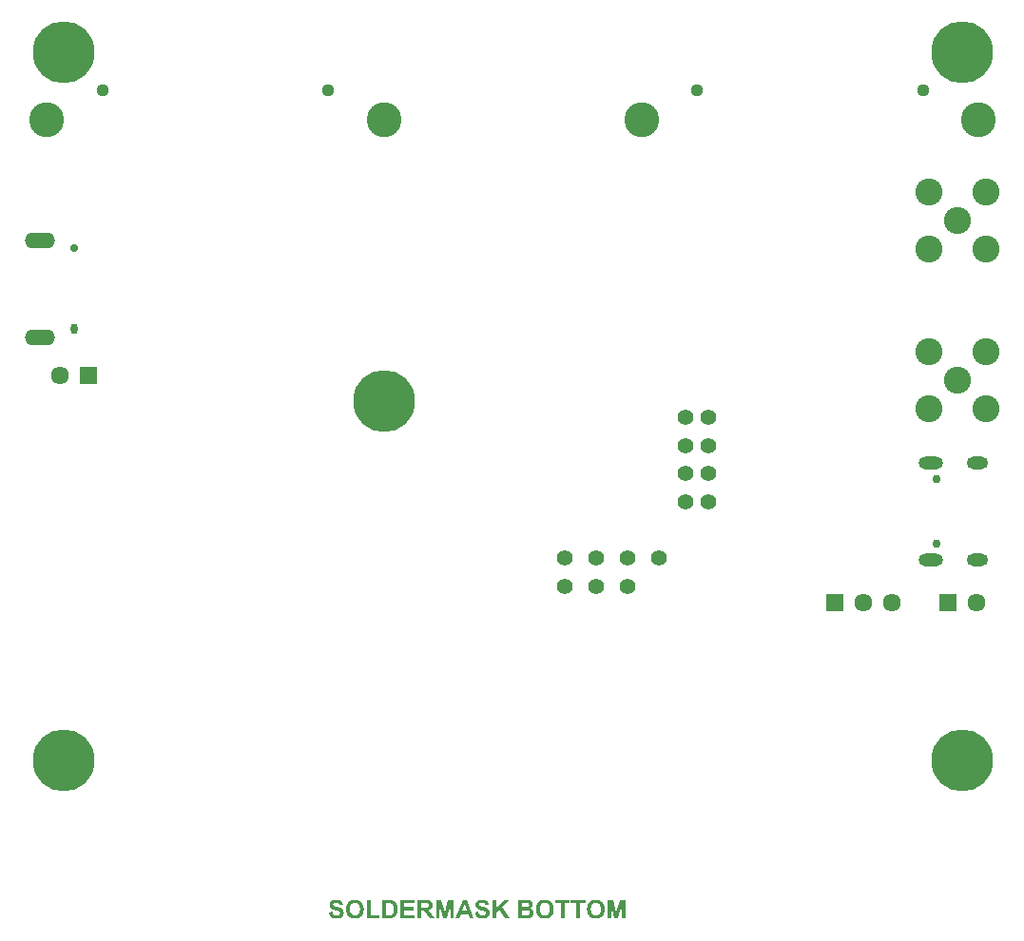
<source format=gbs>
G04*
G04 #@! TF.GenerationSoftware,Altium Limited,Altium Designer,23.2.1 (34)*
G04*
G04 Layer_Color=16711935*
%FSLAX25Y25*%
%MOIN*%
G70*
G04*
G04 #@! TF.SameCoordinates,387CD6D3-576D-47AB-95CD-A910FB3B32EF*
G04*
G04*
G04 #@! TF.FilePolarity,Negative*
G04*
G01*
G75*
%ADD116C,0.09494*%
%ADD117C,0.05518*%
%ADD118C,0.21660*%
%ADD119C,0.03000*%
%ADD120O,0.08668X0.04337*%
%ADD121O,0.07487X0.04337*%
%ADD122R,0.06337X0.06337*%
%ADD123C,0.06337*%
%ADD124O,0.10636X0.05518*%
%ADD125O,0.02368X0.03747*%
%ADD126C,0.02880*%
%ADD127C,0.12205*%
%ADD128C,0.04416*%
%ADD129C,0.03400*%
G36*
X146916Y-48974D02*
X147018Y-48983D01*
X147138Y-48992D01*
X147259Y-49011D01*
X147397Y-49029D01*
X147693Y-49094D01*
X147841Y-49140D01*
X147989Y-49187D01*
X148137Y-49251D01*
X148276Y-49325D01*
X148406Y-49409D01*
X148526Y-49501D01*
X148535Y-49510D01*
X148554Y-49529D01*
X148581Y-49557D01*
X148618Y-49594D01*
X148665Y-49649D01*
X148720Y-49714D01*
X148776Y-49788D01*
X148840Y-49871D01*
X148896Y-49973D01*
X148951Y-50075D01*
X149007Y-50195D01*
X149053Y-50324D01*
X149099Y-50454D01*
X149136Y-50602D01*
X149164Y-50750D01*
X149173Y-50916D01*
X147878Y-50963D01*
Y-50953D01*
Y-50944D01*
X147860Y-50879D01*
X147841Y-50796D01*
X147804Y-50694D01*
X147758Y-50574D01*
X147693Y-50463D01*
X147610Y-50352D01*
X147518Y-50260D01*
X147508Y-50250D01*
X147471Y-50223D01*
X147407Y-50186D01*
X147314Y-50149D01*
X147203Y-50112D01*
X147064Y-50075D01*
X146898Y-50047D01*
X146704Y-50038D01*
X146611D01*
X146509Y-50047D01*
X146389Y-50065D01*
X146250Y-50093D01*
X146102Y-50139D01*
X145964Y-50195D01*
X145834Y-50278D01*
X145825Y-50287D01*
X145806Y-50306D01*
X145769Y-50334D01*
X145732Y-50380D01*
X145695Y-50435D01*
X145658Y-50509D01*
X145640Y-50583D01*
X145631Y-50676D01*
Y-50685D01*
Y-50713D01*
X145640Y-50759D01*
X145658Y-50805D01*
X145677Y-50870D01*
X145705Y-50935D01*
X145751Y-51000D01*
X145816Y-51064D01*
X145825Y-51074D01*
X145871Y-51101D01*
X145899Y-51120D01*
X145945Y-51138D01*
X145991Y-51166D01*
X146056Y-51194D01*
X146130Y-51222D01*
X146213Y-51259D01*
X146315Y-51296D01*
X146417Y-51333D01*
X146546Y-51370D01*
X146685Y-51407D01*
X146833Y-51444D01*
X147000Y-51490D01*
X147009D01*
X147046Y-51499D01*
X147092Y-51508D01*
X147157Y-51527D01*
X147231Y-51545D01*
X147323Y-51573D01*
X147425Y-51601D01*
X147527Y-51629D01*
X147749Y-51703D01*
X147980Y-51777D01*
X148202Y-51860D01*
X148295Y-51906D01*
X148387Y-51952D01*
X148396D01*
X148406Y-51962D01*
X148461Y-51999D01*
X148544Y-52054D01*
X148646Y-52128D01*
X148757Y-52221D01*
X148877Y-52332D01*
X148998Y-52461D01*
X149099Y-52609D01*
X149109Y-52628D01*
X149136Y-52683D01*
X149183Y-52766D01*
X149229Y-52887D01*
X149275Y-53035D01*
X149321Y-53210D01*
X149349Y-53405D01*
X149358Y-53627D01*
Y-53636D01*
Y-53654D01*
Y-53682D01*
Y-53719D01*
X149349Y-53765D01*
X149340Y-53830D01*
X149321Y-53960D01*
X149284Y-54126D01*
X149229Y-54302D01*
X149146Y-54478D01*
X149044Y-54663D01*
Y-54672D01*
X149025Y-54681D01*
X148988Y-54737D01*
X148914Y-54829D01*
X148822Y-54931D01*
X148702Y-55051D01*
X148544Y-55162D01*
X148378Y-55273D01*
X148174Y-55375D01*
X148165D01*
X148147Y-55384D01*
X148119Y-55393D01*
X148073Y-55412D01*
X148017Y-55430D01*
X147952Y-55449D01*
X147878Y-55467D01*
X147795Y-55486D01*
X147693Y-55514D01*
X147592Y-55532D01*
X147351Y-55569D01*
X147083Y-55597D01*
X146787Y-55606D01*
X146667D01*
X146583Y-55597D01*
X146482Y-55588D01*
X146371Y-55578D01*
X146241Y-55560D01*
X146102Y-55532D01*
X145797Y-55467D01*
X145640Y-55421D01*
X145492Y-55375D01*
X145335Y-55310D01*
X145187Y-55236D01*
X145048Y-55153D01*
X144918Y-55051D01*
X144909Y-55042D01*
X144891Y-55023D01*
X144854Y-54996D01*
X144817Y-54949D01*
X144761Y-54885D01*
X144706Y-54811D01*
X144641Y-54727D01*
X144576Y-54635D01*
X144511Y-54524D01*
X144447Y-54404D01*
X144382Y-54265D01*
X144317Y-54117D01*
X144271Y-53960D01*
X144215Y-53784D01*
X144178Y-53599D01*
X144151Y-53405D01*
X145409Y-53284D01*
Y-53294D01*
X145418Y-53312D01*
Y-53349D01*
X145427Y-53386D01*
X145464Y-53497D01*
X145510Y-53636D01*
X145566Y-53793D01*
X145649Y-53950D01*
X145742Y-54089D01*
X145862Y-54219D01*
X145880Y-54228D01*
X145927Y-54265D01*
X146001Y-54311D01*
X146112Y-54367D01*
X146250Y-54422D01*
X146408Y-54468D01*
X146593Y-54505D01*
X146805Y-54515D01*
X146907D01*
X147018Y-54496D01*
X147157Y-54478D01*
X147305Y-54450D01*
X147462Y-54404D01*
X147610Y-54339D01*
X147740Y-54256D01*
X147758Y-54246D01*
X147795Y-54209D01*
X147841Y-54154D01*
X147906Y-54080D01*
X147962Y-53987D01*
X148017Y-53876D01*
X148054Y-53765D01*
X148063Y-53636D01*
Y-53627D01*
Y-53599D01*
X148054Y-53553D01*
X148045Y-53497D01*
X148026Y-53442D01*
X148008Y-53377D01*
X147971Y-53312D01*
X147925Y-53247D01*
X147915Y-53238D01*
X147897Y-53220D01*
X147869Y-53192D01*
X147823Y-53155D01*
X147758Y-53109D01*
X147675Y-53062D01*
X147582Y-53016D01*
X147462Y-52970D01*
X147453D01*
X147416Y-52951D01*
X147351Y-52933D01*
X147305Y-52914D01*
X147249Y-52905D01*
X147185Y-52887D01*
X147111Y-52859D01*
X147027Y-52840D01*
X146935Y-52813D01*
X146824Y-52785D01*
X146704Y-52757D01*
X146574Y-52720D01*
X146426Y-52683D01*
X146417D01*
X146380Y-52674D01*
X146324Y-52655D01*
X146260Y-52637D01*
X146176Y-52609D01*
X146075Y-52581D01*
X145973Y-52544D01*
X145853Y-52507D01*
X145612Y-52415D01*
X145381Y-52304D01*
X145261Y-52248D01*
X145159Y-52184D01*
X145057Y-52119D01*
X144974Y-52054D01*
X144965Y-52045D01*
X144946Y-52026D01*
X144918Y-51999D01*
X144881Y-51962D01*
X144835Y-51906D01*
X144789Y-51841D01*
X144733Y-51777D01*
X144687Y-51693D01*
X144576Y-51499D01*
X144484Y-51277D01*
X144447Y-51157D01*
X144419Y-51037D01*
X144400Y-50898D01*
X144391Y-50759D01*
Y-50750D01*
Y-50741D01*
Y-50713D01*
Y-50676D01*
X144410Y-50583D01*
X144428Y-50463D01*
X144456Y-50324D01*
X144502Y-50167D01*
X144567Y-50001D01*
X144659Y-49843D01*
Y-49834D01*
X144669Y-49825D01*
X144715Y-49769D01*
X144770Y-49695D01*
X144863Y-49603D01*
X144974Y-49501D01*
X145113Y-49390D01*
X145270Y-49288D01*
X145455Y-49196D01*
X145464D01*
X145483Y-49187D01*
X145510Y-49177D01*
X145547Y-49159D01*
X145603Y-49140D01*
X145658Y-49122D01*
X145732Y-49103D01*
X145816Y-49076D01*
X146001Y-49039D01*
X146213Y-49002D01*
X146454Y-48974D01*
X146722Y-48965D01*
X146833D01*
X146916Y-48974D01*
D02*
G37*
G36*
X95736Y-48974D02*
X95838Y-48983D01*
X95958Y-48992D01*
X96078Y-49011D01*
X96217Y-49029D01*
X96513Y-49094D01*
X96661Y-49140D01*
X96809Y-49187D01*
X96957Y-49251D01*
X97096Y-49325D01*
X97225Y-49409D01*
X97346Y-49501D01*
X97355Y-49510D01*
X97373Y-49529D01*
X97401Y-49557D01*
X97438Y-49594D01*
X97484Y-49649D01*
X97540Y-49714D01*
X97595Y-49788D01*
X97660Y-49871D01*
X97716Y-49973D01*
X97771Y-50075D01*
X97827Y-50195D01*
X97873Y-50324D01*
X97919Y-50454D01*
X97956Y-50602D01*
X97984Y-50750D01*
X97993Y-50916D01*
X96698Y-50963D01*
Y-50953D01*
Y-50944D01*
X96680Y-50879D01*
X96661Y-50796D01*
X96624Y-50694D01*
X96578Y-50574D01*
X96513Y-50463D01*
X96430Y-50352D01*
X96337Y-50260D01*
X96328Y-50250D01*
X96291Y-50223D01*
X96226Y-50186D01*
X96134Y-50149D01*
X96023Y-50112D01*
X95884Y-50075D01*
X95718Y-50047D01*
X95523Y-50038D01*
X95431D01*
X95329Y-50047D01*
X95209Y-50065D01*
X95070Y-50093D01*
X94922Y-50139D01*
X94783Y-50195D01*
X94654Y-50278D01*
X94645Y-50287D01*
X94626Y-50306D01*
X94589Y-50334D01*
X94552Y-50380D01*
X94515Y-50435D01*
X94478Y-50509D01*
X94460Y-50583D01*
X94450Y-50676D01*
Y-50685D01*
Y-50713D01*
X94460Y-50759D01*
X94478Y-50805D01*
X94497Y-50870D01*
X94524Y-50935D01*
X94571Y-51000D01*
X94635Y-51064D01*
X94645Y-51074D01*
X94691Y-51101D01*
X94719Y-51120D01*
X94765Y-51138D01*
X94811Y-51166D01*
X94876Y-51194D01*
X94950Y-51222D01*
X95033Y-51259D01*
X95135Y-51296D01*
X95237Y-51333D01*
X95366Y-51370D01*
X95505Y-51407D01*
X95653Y-51444D01*
X95819Y-51490D01*
X95829D01*
X95866Y-51499D01*
X95912Y-51508D01*
X95977Y-51527D01*
X96051Y-51545D01*
X96143Y-51573D01*
X96245Y-51601D01*
X96347Y-51629D01*
X96569Y-51703D01*
X96800Y-51777D01*
X97022Y-51860D01*
X97114Y-51906D01*
X97207Y-51952D01*
X97216D01*
X97225Y-51962D01*
X97281Y-51999D01*
X97364Y-52054D01*
X97466Y-52128D01*
X97577Y-52221D01*
X97697Y-52332D01*
X97817Y-52461D01*
X97919Y-52609D01*
X97928Y-52628D01*
X97956Y-52683D01*
X98002Y-52766D01*
X98049Y-52887D01*
X98095Y-53035D01*
X98141Y-53210D01*
X98169Y-53405D01*
X98178Y-53627D01*
Y-53636D01*
Y-53654D01*
Y-53682D01*
Y-53719D01*
X98169Y-53765D01*
X98160Y-53830D01*
X98141Y-53960D01*
X98104Y-54126D01*
X98049Y-54302D01*
X97965Y-54478D01*
X97864Y-54663D01*
Y-54672D01*
X97845Y-54681D01*
X97808Y-54737D01*
X97734Y-54829D01*
X97642Y-54931D01*
X97521Y-55051D01*
X97364Y-55162D01*
X97198Y-55273D01*
X96994Y-55375D01*
X96985D01*
X96966Y-55384D01*
X96939Y-55393D01*
X96892Y-55412D01*
X96837Y-55430D01*
X96772Y-55449D01*
X96698Y-55467D01*
X96615Y-55486D01*
X96513Y-55514D01*
X96411Y-55532D01*
X96171Y-55569D01*
X95903Y-55597D01*
X95607Y-55606D01*
X95486D01*
X95403Y-55597D01*
X95301Y-55588D01*
X95190Y-55578D01*
X95061Y-55560D01*
X94922Y-55532D01*
X94617Y-55467D01*
X94460Y-55421D01*
X94312Y-55375D01*
X94154Y-55310D01*
X94006Y-55236D01*
X93868Y-55153D01*
X93738Y-55051D01*
X93729Y-55042D01*
X93710Y-55023D01*
X93673Y-54996D01*
X93636Y-54949D01*
X93581Y-54885D01*
X93525Y-54811D01*
X93461Y-54727D01*
X93396Y-54635D01*
X93331Y-54524D01*
X93266Y-54404D01*
X93202Y-54265D01*
X93137Y-54117D01*
X93091Y-53960D01*
X93035Y-53784D01*
X92998Y-53599D01*
X92970Y-53405D01*
X94228Y-53284D01*
Y-53294D01*
X94238Y-53312D01*
Y-53349D01*
X94247Y-53386D01*
X94284Y-53497D01*
X94330Y-53636D01*
X94386Y-53793D01*
X94469Y-53950D01*
X94561Y-54089D01*
X94682Y-54219D01*
X94700Y-54228D01*
X94746Y-54265D01*
X94820Y-54311D01*
X94931Y-54367D01*
X95070Y-54422D01*
X95227Y-54468D01*
X95412Y-54505D01*
X95625Y-54515D01*
X95727D01*
X95838Y-54496D01*
X95977Y-54478D01*
X96125Y-54450D01*
X96282Y-54404D01*
X96430Y-54339D01*
X96559Y-54256D01*
X96578Y-54246D01*
X96615Y-54209D01*
X96661Y-54154D01*
X96726Y-54080D01*
X96781Y-53987D01*
X96837Y-53876D01*
X96874Y-53765D01*
X96883Y-53636D01*
Y-53627D01*
Y-53599D01*
X96874Y-53553D01*
X96865Y-53497D01*
X96846Y-53442D01*
X96828Y-53377D01*
X96791Y-53312D01*
X96744Y-53247D01*
X96735Y-53238D01*
X96717Y-53220D01*
X96689Y-53192D01*
X96643Y-53155D01*
X96578Y-53109D01*
X96495Y-53062D01*
X96402Y-53016D01*
X96282Y-52970D01*
X96273D01*
X96236Y-52951D01*
X96171Y-52933D01*
X96125Y-52914D01*
X96069Y-52905D01*
X96004Y-52887D01*
X95930Y-52859D01*
X95847Y-52840D01*
X95755Y-52813D01*
X95644Y-52785D01*
X95523Y-52757D01*
X95394Y-52720D01*
X95246Y-52683D01*
X95237D01*
X95200Y-52674D01*
X95144Y-52655D01*
X95079Y-52637D01*
X94996Y-52609D01*
X94894Y-52581D01*
X94793Y-52544D01*
X94672Y-52507D01*
X94432Y-52415D01*
X94201Y-52304D01*
X94080Y-52248D01*
X93979Y-52184D01*
X93877Y-52119D01*
X93794Y-52054D01*
X93784Y-52045D01*
X93766Y-52026D01*
X93738Y-51999D01*
X93701Y-51962D01*
X93655Y-51906D01*
X93609Y-51841D01*
X93553Y-51777D01*
X93507Y-51693D01*
X93396Y-51499D01*
X93303Y-51277D01*
X93266Y-51157D01*
X93239Y-51037D01*
X93220Y-50898D01*
X93211Y-50759D01*
Y-50750D01*
Y-50741D01*
Y-50713D01*
Y-50676D01*
X93229Y-50583D01*
X93248Y-50463D01*
X93276Y-50324D01*
X93322Y-50167D01*
X93387Y-50001D01*
X93479Y-49843D01*
Y-49834D01*
X93488Y-49825D01*
X93535Y-49769D01*
X93590Y-49695D01*
X93683Y-49603D01*
X93794Y-49501D01*
X93932Y-49390D01*
X94090Y-49288D01*
X94275Y-49196D01*
X94284D01*
X94302Y-49187D01*
X94330Y-49177D01*
X94367Y-49159D01*
X94423Y-49140D01*
X94478Y-49122D01*
X94552Y-49103D01*
X94635Y-49076D01*
X94820Y-49039D01*
X95033Y-49002D01*
X95274Y-48974D01*
X95542Y-48965D01*
X95653D01*
X95736Y-48974D01*
D02*
G37*
G36*
X153697Y-51582D02*
X156240Y-55486D01*
X154566D01*
X152799Y-52480D01*
X151754Y-53553D01*
Y-55486D01*
X150459D01*
Y-49085D01*
X151754D01*
Y-51934D01*
X154381Y-49085D01*
X156120D01*
X153697Y-51582D01*
D02*
G37*
G36*
X196848Y-55486D02*
X195655D01*
X195645Y-50454D01*
X194387Y-55486D01*
X193139D01*
X191881Y-50454D01*
Y-55486D01*
X190687D01*
Y-49085D01*
X192621D01*
X193768Y-53460D01*
X194905Y-49085D01*
X196848D01*
Y-55486D01*
D02*
G37*
G36*
X136723Y-55486D02*
X135530D01*
X135520Y-50454D01*
X134262Y-55486D01*
X133014D01*
X131756Y-50454D01*
Y-55486D01*
X130562D01*
Y-49085D01*
X132496D01*
X133643Y-53460D01*
X134780Y-49085D01*
X136723D01*
Y-55486D01*
D02*
G37*
G36*
X182908Y-50167D02*
X181021D01*
Y-55486D01*
X179726D01*
Y-50167D01*
X177830Y-50167D01*
Y-49085D01*
X182908Y-49085D01*
Y-50167D01*
D02*
G37*
G36*
X177441Y-50167D02*
X175554D01*
Y-55486D01*
X174259D01*
Y-50167D01*
X172363D01*
Y-49085D01*
X177441D01*
Y-50167D01*
D02*
G37*
G36*
X162382Y-49094D02*
X162567Y-49103D01*
X162752Y-49113D01*
X162928Y-49131D01*
X163085Y-49150D01*
X163104D01*
X163150Y-49159D01*
X163215Y-49177D01*
X163307Y-49205D01*
X163409Y-49242D01*
X163520Y-49288D01*
X163640Y-49344D01*
X163751Y-49418D01*
X163761Y-49427D01*
X163798Y-49455D01*
X163853Y-49501D01*
X163927Y-49557D01*
X164001Y-49640D01*
X164084Y-49732D01*
X164168Y-49834D01*
X164242Y-49954D01*
X164251Y-49973D01*
X164269Y-50010D01*
X164306Y-50084D01*
X164343Y-50176D01*
X164380Y-50287D01*
X164417Y-50408D01*
X164436Y-50556D01*
X164445Y-50704D01*
Y-50713D01*
Y-50722D01*
Y-50778D01*
X164436Y-50861D01*
X164417Y-50972D01*
X164380Y-51101D01*
X164343Y-51240D01*
X164279Y-51379D01*
X164195Y-51527D01*
X164186Y-51545D01*
X164149Y-51592D01*
X164094Y-51656D01*
X164029Y-51740D01*
X163936Y-51823D01*
X163825Y-51925D01*
X163696Y-52008D01*
X163548Y-52091D01*
X163557D01*
X163576Y-52100D01*
X163603Y-52110D01*
X163640Y-52119D01*
X163751Y-52165D01*
X163881Y-52230D01*
X164020Y-52304D01*
X164177Y-52406D01*
X164316Y-52526D01*
X164445Y-52674D01*
X164454Y-52692D01*
X164491Y-52748D01*
X164547Y-52831D01*
X164602Y-52942D01*
X164658Y-53090D01*
X164713Y-53247D01*
X164750Y-53432D01*
X164760Y-53636D01*
Y-53645D01*
Y-53654D01*
Y-53710D01*
X164750Y-53793D01*
X164732Y-53904D01*
X164713Y-54034D01*
X164676Y-54182D01*
X164621Y-54330D01*
X164556Y-54487D01*
X164547Y-54505D01*
X164519Y-54552D01*
X164473Y-54626D01*
X164408Y-54718D01*
X164334Y-54829D01*
X164232Y-54931D01*
X164131Y-55042D01*
X164001Y-55144D01*
X163983Y-55153D01*
X163936Y-55181D01*
X163862Y-55227D01*
X163761Y-55273D01*
X163631Y-55329D01*
X163483Y-55375D01*
X163317Y-55421D01*
X163132Y-55449D01*
X163095D01*
X163058Y-55458D01*
X162965D01*
X162900Y-55467D01*
X162725D01*
X162614Y-55477D01*
X162336D01*
X162179Y-55486D01*
X159404D01*
Y-49085D01*
X162216D01*
X162382Y-49094D01*
D02*
G37*
G36*
X143799Y-55486D02*
X142402D01*
X141847Y-54034D01*
X139276D01*
X138749Y-55486D01*
X137380D01*
X139859Y-49085D01*
X141228D01*
X143799Y-55486D01*
D02*
G37*
G36*
X127094Y-49094D02*
X127195D01*
X127297Y-49103D01*
X127417D01*
X127658Y-49131D01*
X127908Y-49159D01*
X128139Y-49205D01*
X128241Y-49233D01*
X128333Y-49261D01*
X128342D01*
X128352Y-49270D01*
X128407Y-49298D01*
X128490Y-49344D01*
X128601Y-49399D01*
X128722Y-49492D01*
X128842Y-49594D01*
X128962Y-49723D01*
X129073Y-49880D01*
Y-49890D01*
X129082Y-49899D01*
X129101Y-49927D01*
X129119Y-49954D01*
X129166Y-50047D01*
X129221Y-50167D01*
X129267Y-50315D01*
X129314Y-50482D01*
X129351Y-50676D01*
X129360Y-50879D01*
Y-50889D01*
Y-50907D01*
Y-50953D01*
X129351Y-51000D01*
Y-51064D01*
X129341Y-51129D01*
X129304Y-51296D01*
X129258Y-51490D01*
X129184Y-51684D01*
X129073Y-51888D01*
X129008Y-51980D01*
X128934Y-52073D01*
X128925Y-52082D01*
X128916Y-52091D01*
X128888Y-52119D01*
X128851Y-52147D01*
X128814Y-52184D01*
X128759Y-52230D01*
X128694Y-52276D01*
X128620Y-52322D01*
X128537Y-52378D01*
X128435Y-52424D01*
X128333Y-52470D01*
X128222Y-52517D01*
X128093Y-52563D01*
X127963Y-52600D01*
X127824Y-52637D01*
X127667Y-52665D01*
X127676D01*
X127686Y-52674D01*
X127741Y-52711D01*
X127815Y-52757D01*
X127908Y-52822D01*
X128019Y-52905D01*
X128130Y-52988D01*
X128250Y-53090D01*
X128352Y-53201D01*
X128361Y-53210D01*
X128407Y-53257D01*
X128463Y-53331D01*
X128546Y-53442D01*
X128657Y-53580D01*
X128712Y-53673D01*
X128777Y-53765D01*
X128851Y-53867D01*
X128925Y-53978D01*
X129008Y-54108D01*
X129092Y-54237D01*
X129878Y-55486D01*
X128324D01*
X127399Y-54098D01*
X127390Y-54089D01*
X127380Y-54061D01*
X127353Y-54024D01*
X127316Y-53978D01*
X127279Y-53923D01*
X127232Y-53849D01*
X127131Y-53701D01*
X127010Y-53534D01*
X126899Y-53386D01*
X126798Y-53247D01*
X126751Y-53201D01*
X126714Y-53155D01*
X126705Y-53146D01*
X126687Y-53127D01*
X126650Y-53090D01*
X126603Y-53044D01*
X126539Y-53007D01*
X126474Y-52961D01*
X126400Y-52924D01*
X126326Y-52887D01*
X126317D01*
X126289Y-52877D01*
X126243Y-52859D01*
X126169Y-52850D01*
X126076Y-52831D01*
X125965Y-52822D01*
X125836Y-52813D01*
X125419D01*
Y-55486D01*
X124124D01*
Y-49085D01*
X127010D01*
X127094Y-49094D01*
D02*
G37*
G36*
X122903Y-50167D02*
X119453Y-50167D01*
Y-51582D01*
X122663Y-51582D01*
Y-52665D01*
X119453Y-52665D01*
Y-54404D01*
X123024Y-54404D01*
Y-55486D01*
X118158Y-55486D01*
Y-49085D01*
X122903Y-49085D01*
Y-50167D01*
D02*
G37*
G36*
X114329Y-49094D02*
X114504Y-49103D01*
X114699Y-49113D01*
X114902Y-49140D01*
X115096Y-49168D01*
X115272Y-49214D01*
X115281D01*
X115300Y-49224D01*
X115328Y-49233D01*
X115365Y-49242D01*
X115476Y-49288D01*
X115605Y-49353D01*
X115753Y-49436D01*
X115920Y-49538D01*
X116077Y-49658D01*
X116234Y-49806D01*
X116243D01*
X116253Y-49825D01*
X116299Y-49880D01*
X116373Y-49973D01*
X116456Y-50093D01*
X116558Y-50241D01*
X116660Y-50417D01*
X116761Y-50620D01*
X116845Y-50842D01*
Y-50852D01*
X116854Y-50870D01*
X116863Y-50907D01*
X116882Y-50953D01*
X116891Y-51009D01*
X116909Y-51083D01*
X116928Y-51166D01*
X116956Y-51259D01*
X116974Y-51360D01*
X116993Y-51481D01*
X117011Y-51601D01*
X117020Y-51740D01*
X117048Y-52026D01*
X117057Y-52350D01*
Y-52359D01*
Y-52387D01*
Y-52424D01*
Y-52480D01*
X117048Y-52554D01*
Y-52628D01*
X117039Y-52720D01*
X117030Y-52822D01*
X117011Y-53035D01*
X116974Y-53257D01*
X116919Y-53488D01*
X116854Y-53710D01*
Y-53719D01*
X116845Y-53738D01*
X116826Y-53775D01*
X116808Y-53830D01*
X116789Y-53886D01*
X116752Y-53950D01*
X116678Y-54117D01*
X116586Y-54293D01*
X116465Y-54487D01*
X116327Y-54672D01*
X116169Y-54848D01*
X116151Y-54866D01*
X116105Y-54903D01*
X116031Y-54959D01*
X115929Y-55033D01*
X115799Y-55116D01*
X115651Y-55199D01*
X115466Y-55282D01*
X115263Y-55356D01*
X115254D01*
X115244Y-55366D01*
X115217D01*
X115189Y-55375D01*
X115087Y-55393D01*
X114958Y-55421D01*
X114800Y-55449D01*
X114606Y-55467D01*
X114375Y-55477D01*
X114125Y-55486D01*
X111702D01*
Y-49085D01*
X114255D01*
X114329Y-49094D01*
D02*
G37*
G36*
X107558Y-54404D02*
X110777D01*
Y-55486D01*
X106263D01*
Y-49131D01*
X107558D01*
Y-54404D01*
D02*
G37*
G36*
X186710Y-48974D02*
X186802D01*
X186923Y-48992D01*
X187061Y-49011D01*
X187219Y-49039D01*
X187385Y-49076D01*
X187561Y-49122D01*
X187746Y-49177D01*
X187931Y-49251D01*
X188125Y-49335D01*
X188310Y-49436D01*
X188495Y-49557D01*
X188671Y-49695D01*
X188837Y-49853D01*
X188847Y-49862D01*
X188874Y-49890D01*
X188921Y-49945D01*
X188967Y-50010D01*
X189032Y-50102D01*
X189106Y-50213D01*
X189180Y-50343D01*
X189263Y-50491D01*
X189346Y-50648D01*
X189420Y-50833D01*
X189494Y-51037D01*
X189559Y-51249D01*
X189614Y-51490D01*
X189651Y-51740D01*
X189679Y-52008D01*
X189688Y-52295D01*
Y-52313D01*
Y-52359D01*
X189679Y-52443D01*
Y-52554D01*
X189661Y-52683D01*
X189642Y-52831D01*
X189614Y-53007D01*
X189587Y-53183D01*
X189540Y-53377D01*
X189485Y-53580D01*
X189411Y-53784D01*
X189328Y-53987D01*
X189235Y-54182D01*
X189115Y-54376D01*
X188985Y-54561D01*
X188837Y-54737D01*
X188828Y-54746D01*
X188800Y-54774D01*
X188754Y-54820D01*
X188680Y-54875D01*
X188597Y-54940D01*
X188495Y-55014D01*
X188375Y-55088D01*
X188245Y-55171D01*
X188088Y-55255D01*
X187922Y-55329D01*
X187737Y-55403D01*
X187533Y-55467D01*
X187320Y-55523D01*
X187089Y-55569D01*
X186849Y-55597D01*
X186590Y-55606D01*
X186525D01*
X186451Y-55597D01*
X186358Y-55588D01*
X186238Y-55578D01*
X186099Y-55560D01*
X185942Y-55532D01*
X185776Y-55495D01*
X185591Y-55449D01*
X185415Y-55393D01*
X185221Y-55319D01*
X185036Y-55236D01*
X184841Y-55144D01*
X184666Y-55023D01*
X184490Y-54894D01*
X184323Y-54737D01*
X184314Y-54727D01*
X184286Y-54700D01*
X184249Y-54644D01*
X184194Y-54579D01*
X184129Y-54487D01*
X184055Y-54376D01*
X183981Y-54256D01*
X183907Y-54108D01*
X183824Y-53950D01*
X183750Y-53765D01*
X183676Y-53571D01*
X183611Y-53358D01*
X183556Y-53127D01*
X183519Y-52877D01*
X183491Y-52609D01*
X183482Y-52332D01*
Y-52322D01*
Y-52285D01*
Y-52239D01*
X183491Y-52165D01*
Y-52082D01*
X183500Y-51989D01*
X183509Y-51878D01*
X183519Y-51758D01*
X183556Y-51499D01*
X183602Y-51222D01*
X183676Y-50944D01*
X183768Y-50685D01*
Y-50676D01*
X183778Y-50667D01*
X183796Y-50639D01*
X183805Y-50602D01*
X183861Y-50509D01*
X183926Y-50389D01*
X184009Y-50250D01*
X184111Y-50112D01*
X184231Y-49954D01*
X184360Y-49806D01*
X184370Y-49797D01*
X184379Y-49788D01*
X184425Y-49742D01*
X184508Y-49668D01*
X184610Y-49584D01*
X184730Y-49492D01*
X184869Y-49390D01*
X185026Y-49298D01*
X185193Y-49224D01*
X185202D01*
X185221Y-49214D01*
X185258Y-49196D01*
X185304Y-49187D01*
X185359Y-49159D01*
X185424Y-49140D01*
X185507Y-49122D01*
X185591Y-49094D01*
X185794Y-49048D01*
X186025Y-49002D01*
X186294Y-48974D01*
X186571Y-48965D01*
X186636D01*
X186710Y-48974D01*
D02*
G37*
G36*
X168820Y-48974D02*
X168913D01*
X169033Y-48992D01*
X169172Y-49011D01*
X169329Y-49039D01*
X169496Y-49076D01*
X169671Y-49122D01*
X169856Y-49177D01*
X170041Y-49251D01*
X170236Y-49335D01*
X170421Y-49436D01*
X170606Y-49557D01*
X170781Y-49695D01*
X170948Y-49853D01*
X170957Y-49862D01*
X170985Y-49890D01*
X171031Y-49945D01*
X171077Y-50010D01*
X171142Y-50102D01*
X171216Y-50213D01*
X171290Y-50343D01*
X171373Y-50491D01*
X171457Y-50648D01*
X171531Y-50833D01*
X171605Y-51037D01*
X171669Y-51249D01*
X171725Y-51490D01*
X171762Y-51740D01*
X171790Y-52008D01*
X171799Y-52295D01*
Y-52313D01*
Y-52359D01*
X171790Y-52443D01*
Y-52554D01*
X171771Y-52683D01*
X171753Y-52831D01*
X171725Y-53007D01*
X171697Y-53183D01*
X171651Y-53377D01*
X171595Y-53580D01*
X171521Y-53784D01*
X171438Y-53987D01*
X171346Y-54182D01*
X171225Y-54376D01*
X171096Y-54561D01*
X170948Y-54737D01*
X170939Y-54746D01*
X170911Y-54774D01*
X170865Y-54820D01*
X170791Y-54875D01*
X170707Y-54940D01*
X170606Y-55014D01*
X170485Y-55088D01*
X170356Y-55171D01*
X170199Y-55255D01*
X170032Y-55329D01*
X169847Y-55403D01*
X169644Y-55467D01*
X169431Y-55523D01*
X169200Y-55569D01*
X168959Y-55597D01*
X168700Y-55606D01*
X168635D01*
X168561Y-55597D01*
X168469Y-55588D01*
X168349Y-55578D01*
X168210Y-55560D01*
X168053Y-55532D01*
X167886Y-55495D01*
X167701Y-55449D01*
X167525Y-55393D01*
X167331Y-55319D01*
X167146Y-55236D01*
X166952Y-55144D01*
X166776Y-55023D01*
X166600Y-54894D01*
X166434Y-54737D01*
X166425Y-54727D01*
X166397Y-54700D01*
X166360Y-54644D01*
X166304Y-54579D01*
X166240Y-54487D01*
X166166Y-54376D01*
X166092Y-54256D01*
X166018Y-54108D01*
X165934Y-53950D01*
X165860Y-53765D01*
X165786Y-53571D01*
X165722Y-53358D01*
X165666Y-53127D01*
X165629Y-52877D01*
X165601Y-52609D01*
X165592Y-52332D01*
Y-52322D01*
Y-52285D01*
Y-52239D01*
X165601Y-52165D01*
Y-52082D01*
X165611Y-51989D01*
X165620Y-51878D01*
X165629Y-51758D01*
X165666Y-51499D01*
X165712Y-51222D01*
X165786Y-50944D01*
X165879Y-50685D01*
Y-50676D01*
X165888Y-50667D01*
X165907Y-50639D01*
X165916Y-50602D01*
X165971Y-50509D01*
X166036Y-50389D01*
X166119Y-50250D01*
X166221Y-50112D01*
X166341Y-49954D01*
X166471Y-49806D01*
X166480Y-49797D01*
X166489Y-49788D01*
X166536Y-49742D01*
X166619Y-49668D01*
X166721Y-49584D01*
X166841Y-49492D01*
X166980Y-49390D01*
X167137Y-49298D01*
X167303Y-49224D01*
X167313D01*
X167331Y-49214D01*
X167368Y-49196D01*
X167414Y-49187D01*
X167470Y-49159D01*
X167535Y-49140D01*
X167618Y-49122D01*
X167701Y-49094D01*
X167905Y-49048D01*
X168136Y-49002D01*
X168404Y-48974D01*
X168682Y-48965D01*
X168746D01*
X168820Y-48974D01*
D02*
G37*
G36*
X102239Y-48974D02*
X102331D01*
X102452Y-48992D01*
X102590Y-49011D01*
X102748Y-49039D01*
X102914Y-49076D01*
X103090Y-49122D01*
X103275Y-49177D01*
X103460Y-49251D01*
X103654Y-49335D01*
X103839Y-49436D01*
X104024Y-49557D01*
X104200Y-49695D01*
X104366Y-49853D01*
X104376Y-49862D01*
X104403Y-49890D01*
X104450Y-49945D01*
X104496Y-50010D01*
X104561Y-50102D01*
X104635Y-50213D01*
X104709Y-50343D01*
X104792Y-50491D01*
X104875Y-50648D01*
X104949Y-50833D01*
X105023Y-51037D01*
X105088Y-51249D01*
X105143Y-51490D01*
X105180Y-51740D01*
X105208Y-52008D01*
X105217Y-52295D01*
Y-52313D01*
Y-52359D01*
X105208Y-52443D01*
Y-52554D01*
X105190Y-52683D01*
X105171Y-52831D01*
X105143Y-53007D01*
X105116Y-53183D01*
X105069Y-53377D01*
X105014Y-53580D01*
X104940Y-53784D01*
X104857Y-53987D01*
X104764Y-54182D01*
X104644Y-54376D01*
X104514Y-54561D01*
X104366Y-54737D01*
X104357Y-54746D01*
X104329Y-54774D01*
X104283Y-54820D01*
X104209Y-54875D01*
X104126Y-54940D01*
X104024Y-55014D01*
X103904Y-55088D01*
X103774Y-55171D01*
X103617Y-55255D01*
X103451Y-55329D01*
X103266Y-55403D01*
X103062Y-55467D01*
X102849Y-55523D01*
X102618Y-55569D01*
X102378Y-55597D01*
X102119Y-55606D01*
X102054D01*
X101980Y-55597D01*
X101887Y-55588D01*
X101767Y-55578D01*
X101628Y-55560D01*
X101471Y-55532D01*
X101305Y-55495D01*
X101120Y-55449D01*
X100944Y-55393D01*
X100750Y-55319D01*
X100565Y-55236D01*
X100370Y-55144D01*
X100195Y-55023D01*
X100019Y-54894D01*
X99852Y-54737D01*
X99843Y-54727D01*
X99815Y-54700D01*
X99778Y-54644D01*
X99723Y-54579D01*
X99658Y-54487D01*
X99584Y-54376D01*
X99510Y-54256D01*
X99436Y-54108D01*
X99353Y-53950D01*
X99279Y-53765D01*
X99205Y-53571D01*
X99140Y-53358D01*
X99085Y-53127D01*
X99048Y-52877D01*
X99020Y-52609D01*
X99011Y-52332D01*
Y-52322D01*
Y-52285D01*
Y-52239D01*
X99020Y-52165D01*
Y-52082D01*
X99029Y-51989D01*
X99038Y-51878D01*
X99048Y-51758D01*
X99085Y-51499D01*
X99131Y-51222D01*
X99205Y-50944D01*
X99297Y-50685D01*
Y-50676D01*
X99307Y-50667D01*
X99325Y-50639D01*
X99334Y-50602D01*
X99390Y-50509D01*
X99455Y-50389D01*
X99538Y-50250D01*
X99640Y-50112D01*
X99760Y-49954D01*
X99889Y-49806D01*
X99899Y-49797D01*
X99908Y-49788D01*
X99954Y-49742D01*
X100037Y-49668D01*
X100139Y-49584D01*
X100259Y-49492D01*
X100398Y-49390D01*
X100555Y-49298D01*
X100722Y-49224D01*
X100731D01*
X100750Y-49214D01*
X100787Y-49196D01*
X100833Y-49187D01*
X100888Y-49159D01*
X100953Y-49140D01*
X101036Y-49122D01*
X101120Y-49094D01*
X101323Y-49048D01*
X101554Y-49002D01*
X101823Y-48974D01*
X102100Y-48965D01*
X102165D01*
X102239Y-48974D01*
D02*
G37*
%LPC*%
G36*
X161985Y-50149D02*
X160699D01*
Y-51629D01*
X161938D01*
X162096Y-51619D01*
X162382D01*
X162438Y-51610D01*
X162493D01*
X162530Y-51601D01*
X162586Y-51592D01*
X162669Y-51564D01*
X162752Y-51536D01*
X162836Y-51499D01*
X162919Y-51453D01*
X162993Y-51388D01*
X163002Y-51379D01*
X163021Y-51351D01*
X163058Y-51314D01*
X163095Y-51249D01*
X163122Y-51175D01*
X163159Y-51092D01*
X163178Y-50990D01*
X163187Y-50879D01*
Y-50870D01*
Y-50833D01*
X163178Y-50778D01*
X163169Y-50704D01*
X163150Y-50630D01*
X163113Y-50556D01*
X163076Y-50472D01*
X163021Y-50398D01*
X163011Y-50389D01*
X162993Y-50371D01*
X162947Y-50334D01*
X162900Y-50297D01*
X162826Y-50260D01*
X162743Y-50223D01*
X162641Y-50195D01*
X162530Y-50176D01*
X162521D01*
X162484Y-50167D01*
X162382D01*
X162327Y-50158D01*
X162086D01*
X161985Y-50149D01*
D02*
G37*
G36*
X162040Y-52692D02*
X160699D01*
Y-54404D01*
X162123D01*
X162262Y-54394D01*
X162410D01*
X162558Y-54385D01*
X162678Y-54376D01*
X162734D01*
X162771Y-54367D01*
X162780D01*
X162817Y-54357D01*
X162873Y-54339D01*
X162937Y-54320D01*
X163011Y-54283D01*
X163095Y-54237D01*
X163169Y-54182D01*
X163243Y-54117D01*
X163252Y-54108D01*
X163270Y-54080D01*
X163298Y-54034D01*
X163335Y-53969D01*
X163372Y-53895D01*
X163400Y-53802D01*
X163418Y-53691D01*
X163428Y-53571D01*
Y-53562D01*
Y-53525D01*
X163418Y-53469D01*
X163409Y-53405D01*
X163391Y-53321D01*
X163363Y-53247D01*
X163326Y-53164D01*
X163280Y-53081D01*
X163270Y-53072D01*
X163252Y-53044D01*
X163224Y-53007D01*
X163178Y-52970D01*
X163122Y-52914D01*
X163048Y-52868D01*
X162965Y-52822D01*
X162873Y-52785D01*
X162863D01*
X162817Y-52766D01*
X162743Y-52757D01*
X162697Y-52748D01*
X162632Y-52739D01*
X162567Y-52729D01*
X162484Y-52720D01*
X162392Y-52711D01*
X162281D01*
X162170Y-52702D01*
X162040Y-52692D01*
D02*
G37*
G36*
X140534Y-50574D02*
X139664Y-52951D01*
X141431D01*
X140534Y-50574D01*
D02*
G37*
G36*
X126899Y-50167D02*
X125419D01*
Y-51795D01*
X126677D01*
X126862Y-51786D01*
X127057Y-51777D01*
X127251Y-51767D01*
X127334Y-51758D01*
X127408Y-51749D01*
X127482Y-51730D01*
X127528Y-51721D01*
X127538D01*
X127565Y-51703D01*
X127612Y-51684D01*
X127658Y-51656D01*
X127778Y-51573D01*
X127834Y-51518D01*
X127889Y-51453D01*
X127898Y-51444D01*
X127908Y-51416D01*
X127935Y-51379D01*
X127963Y-51323D01*
X127982Y-51249D01*
X128009Y-51166D01*
X128019Y-51074D01*
X128028Y-50972D01*
Y-50953D01*
Y-50916D01*
X128019Y-50861D01*
X128009Y-50787D01*
X127982Y-50704D01*
X127954Y-50620D01*
X127908Y-50528D01*
X127852Y-50454D01*
X127843Y-50445D01*
X127824Y-50417D01*
X127778Y-50389D01*
X127723Y-50343D01*
X127658Y-50297D01*
X127575Y-50260D01*
X127473Y-50223D01*
X127362Y-50195D01*
X127353D01*
X127325Y-50186D01*
X127269D01*
X127186Y-50176D01*
X126983D01*
X126899Y-50167D01*
D02*
G37*
G36*
X113838Y-50167D02*
X112997D01*
Y-54404D01*
X114134D01*
X114255Y-54394D01*
X114384D01*
X114514Y-54376D01*
X114634Y-54367D01*
X114736Y-54348D01*
X114754D01*
X114791Y-54330D01*
X114847Y-54311D01*
X114921Y-54283D01*
X115004Y-54246D01*
X115087Y-54200D01*
X115170Y-54145D01*
X115254Y-54080D01*
X115263Y-54071D01*
X115291Y-54043D01*
X115328Y-53997D01*
X115374Y-53932D01*
X115420Y-53849D01*
X115485Y-53747D01*
X115531Y-53617D01*
X115587Y-53469D01*
Y-53460D01*
X115596Y-53451D01*
Y-53423D01*
X115605Y-53386D01*
X115624Y-53349D01*
X115633Y-53294D01*
X115661Y-53155D01*
X115679Y-52988D01*
X115707Y-52794D01*
X115716Y-52554D01*
X115725Y-52295D01*
Y-52285D01*
Y-52258D01*
Y-52221D01*
Y-52174D01*
Y-52110D01*
X115716Y-52036D01*
X115707Y-51878D01*
X115688Y-51693D01*
X115670Y-51499D01*
X115633Y-51323D01*
X115587Y-51157D01*
Y-51148D01*
X115577Y-51138D01*
X115559Y-51092D01*
X115531Y-51018D01*
X115494Y-50926D01*
X115439Y-50833D01*
X115374Y-50731D01*
X115300Y-50630D01*
X115217Y-50537D01*
X115207Y-50528D01*
X115180Y-50500D01*
X115124Y-50463D01*
X115059Y-50417D01*
X114967Y-50361D01*
X114865Y-50315D01*
X114754Y-50269D01*
X114625Y-50232D01*
X114615D01*
X114569Y-50223D01*
X114495Y-50213D01*
X114393Y-50195D01*
X114329D01*
X114245Y-50186D01*
X114162D01*
X114070Y-50176D01*
X113959D01*
X113838Y-50167D01*
D02*
G37*
G36*
X186590Y-50065D02*
X186516D01*
X186460Y-50075D01*
X186386Y-50084D01*
X186312Y-50093D01*
X186127Y-50130D01*
X185924Y-50204D01*
X185813Y-50241D01*
X185702Y-50297D01*
X185600Y-50361D01*
X185489Y-50435D01*
X185387Y-50519D01*
X185295Y-50620D01*
X185285Y-50630D01*
X185276Y-50648D01*
X185248Y-50676D01*
X185221Y-50722D01*
X185184Y-50787D01*
X185147Y-50852D01*
X185100Y-50935D01*
X185054Y-51037D01*
X185008Y-51148D01*
X184962Y-51268D01*
X184925Y-51407D01*
X184888Y-51555D01*
X184860Y-51721D01*
X184832Y-51897D01*
X184823Y-52082D01*
X184814Y-52285D01*
Y-52295D01*
Y-52332D01*
Y-52387D01*
X184823Y-52461D01*
X184832Y-52554D01*
X184841Y-52665D01*
X184860Y-52776D01*
X184878Y-52905D01*
X184934Y-53173D01*
X185026Y-53442D01*
X185082Y-53580D01*
X185147Y-53710D01*
X185230Y-53830D01*
X185313Y-53941D01*
X185322Y-53950D01*
X185341Y-53969D01*
X185369Y-53997D01*
X185406Y-54024D01*
X185452Y-54071D01*
X185517Y-54117D01*
X185581Y-54172D01*
X185665Y-54219D01*
X185840Y-54330D01*
X186062Y-54413D01*
X186183Y-54450D01*
X186312Y-54478D01*
X186451Y-54496D01*
X186590Y-54505D01*
X186664D01*
X186719Y-54496D01*
X186784Y-54487D01*
X186858Y-54478D01*
X187034Y-54431D01*
X187237Y-54367D01*
X187339Y-54320D01*
X187450Y-54274D01*
X187552Y-54209D01*
X187663Y-54135D01*
X187764Y-54052D01*
X187857Y-53950D01*
X187866Y-53941D01*
X187875Y-53923D01*
X187903Y-53895D01*
X187931Y-53849D01*
X187977Y-53784D01*
X188014Y-53710D01*
X188060Y-53627D01*
X188107Y-53525D01*
X188153Y-53414D01*
X188199Y-53294D01*
X188245Y-53155D01*
X188282Y-52998D01*
X188310Y-52840D01*
X188338Y-52665D01*
X188347Y-52470D01*
X188356Y-52267D01*
Y-52258D01*
Y-52221D01*
Y-52165D01*
X188347Y-52082D01*
X188338Y-51989D01*
X188329Y-51888D01*
X188319Y-51767D01*
X188292Y-51647D01*
X188236Y-51379D01*
X188153Y-51101D01*
X188097Y-50963D01*
X188033Y-50842D01*
X187949Y-50722D01*
X187866Y-50611D01*
X187857Y-50602D01*
X187848Y-50583D01*
X187820Y-50565D01*
X187783Y-50528D01*
X187727Y-50482D01*
X187672Y-50435D01*
X187607Y-50389D01*
X187524Y-50334D01*
X187441Y-50287D01*
X187339Y-50241D01*
X187126Y-50149D01*
X187006Y-50112D01*
X186876Y-50093D01*
X186738Y-50075D01*
X186590Y-50065D01*
D02*
G37*
G36*
X168700Y-50065D02*
X168626D01*
X168571Y-50075D01*
X168497Y-50084D01*
X168423Y-50093D01*
X168238Y-50130D01*
X168034Y-50204D01*
X167923Y-50241D01*
X167812Y-50297D01*
X167710Y-50361D01*
X167599Y-50435D01*
X167498Y-50519D01*
X167405Y-50620D01*
X167396Y-50630D01*
X167387Y-50648D01*
X167359Y-50676D01*
X167331Y-50722D01*
X167294Y-50787D01*
X167257Y-50852D01*
X167211Y-50935D01*
X167165Y-51037D01*
X167118Y-51148D01*
X167072Y-51268D01*
X167035Y-51407D01*
X166998Y-51555D01*
X166970Y-51721D01*
X166943Y-51897D01*
X166933Y-52082D01*
X166924Y-52285D01*
Y-52295D01*
Y-52332D01*
Y-52387D01*
X166933Y-52461D01*
X166943Y-52554D01*
X166952Y-52665D01*
X166970Y-52776D01*
X166989Y-52905D01*
X167044Y-53173D01*
X167137Y-53442D01*
X167192Y-53580D01*
X167257Y-53710D01*
X167340Y-53830D01*
X167424Y-53941D01*
X167433Y-53950D01*
X167451Y-53969D01*
X167479Y-53997D01*
X167516Y-54024D01*
X167562Y-54071D01*
X167627Y-54117D01*
X167692Y-54172D01*
X167775Y-54219D01*
X167951Y-54330D01*
X168173Y-54413D01*
X168293Y-54450D01*
X168423Y-54478D01*
X168561Y-54496D01*
X168700Y-54505D01*
X168774D01*
X168830Y-54496D01*
X168894Y-54487D01*
X168968Y-54478D01*
X169144Y-54431D01*
X169348Y-54367D01*
X169449Y-54320D01*
X169560Y-54274D01*
X169662Y-54209D01*
X169773Y-54135D01*
X169875Y-54052D01*
X169967Y-53950D01*
X169977Y-53941D01*
X169986Y-53923D01*
X170014Y-53895D01*
X170041Y-53849D01*
X170088Y-53784D01*
X170125Y-53710D01*
X170171Y-53627D01*
X170217Y-53525D01*
X170263Y-53414D01*
X170310Y-53294D01*
X170356Y-53155D01*
X170393Y-52998D01*
X170421Y-52840D01*
X170448Y-52665D01*
X170458Y-52470D01*
X170467Y-52267D01*
Y-52258D01*
Y-52221D01*
Y-52165D01*
X170458Y-52082D01*
X170448Y-51989D01*
X170439Y-51888D01*
X170430Y-51767D01*
X170402Y-51647D01*
X170347Y-51379D01*
X170263Y-51101D01*
X170208Y-50963D01*
X170143Y-50842D01*
X170060Y-50722D01*
X169977Y-50611D01*
X169967Y-50602D01*
X169958Y-50583D01*
X169930Y-50565D01*
X169893Y-50528D01*
X169838Y-50482D01*
X169782Y-50435D01*
X169718Y-50389D01*
X169634Y-50334D01*
X169551Y-50287D01*
X169449Y-50241D01*
X169237Y-50149D01*
X169116Y-50112D01*
X168987Y-50093D01*
X168848Y-50075D01*
X168700Y-50065D01*
D02*
G37*
G36*
X102119Y-50065D02*
X102045D01*
X101989Y-50075D01*
X101915Y-50084D01*
X101841Y-50093D01*
X101656Y-50130D01*
X101453Y-50204D01*
X101342Y-50241D01*
X101231Y-50297D01*
X101129Y-50361D01*
X101018Y-50435D01*
X100916Y-50519D01*
X100824Y-50620D01*
X100814Y-50630D01*
X100805Y-50648D01*
X100777Y-50676D01*
X100750Y-50722D01*
X100713Y-50787D01*
X100676Y-50852D01*
X100629Y-50935D01*
X100583Y-51037D01*
X100537Y-51148D01*
X100491Y-51268D01*
X100454Y-51407D01*
X100417Y-51555D01*
X100389Y-51721D01*
X100361Y-51897D01*
X100352Y-52082D01*
X100343Y-52285D01*
Y-52295D01*
Y-52332D01*
Y-52387D01*
X100352Y-52461D01*
X100361Y-52554D01*
X100370Y-52665D01*
X100389Y-52776D01*
X100407Y-52905D01*
X100463Y-53173D01*
X100555Y-53442D01*
X100611Y-53580D01*
X100676Y-53710D01*
X100759Y-53830D01*
X100842Y-53941D01*
X100851Y-53950D01*
X100870Y-53969D01*
X100898Y-53997D01*
X100935Y-54024D01*
X100981Y-54071D01*
X101046Y-54117D01*
X101110Y-54172D01*
X101194Y-54219D01*
X101369Y-54330D01*
X101591Y-54413D01*
X101712Y-54450D01*
X101841Y-54478D01*
X101980Y-54496D01*
X102119Y-54505D01*
X102193D01*
X102248Y-54496D01*
X102313Y-54487D01*
X102387Y-54478D01*
X102563Y-54431D01*
X102766Y-54367D01*
X102868Y-54320D01*
X102979Y-54274D01*
X103081Y-54209D01*
X103192Y-54135D01*
X103293Y-54052D01*
X103386Y-53950D01*
X103395Y-53941D01*
X103404Y-53923D01*
X103432Y-53895D01*
X103460Y-53849D01*
X103506Y-53784D01*
X103543Y-53710D01*
X103589Y-53627D01*
X103636Y-53525D01*
X103682Y-53414D01*
X103728Y-53294D01*
X103774Y-53155D01*
X103811Y-52998D01*
X103839Y-52840D01*
X103867Y-52665D01*
X103876Y-52470D01*
X103885Y-52267D01*
Y-52258D01*
Y-52221D01*
Y-52165D01*
X103876Y-52082D01*
X103867Y-51989D01*
X103858Y-51888D01*
X103848Y-51767D01*
X103821Y-51647D01*
X103765Y-51379D01*
X103682Y-51101D01*
X103626Y-50963D01*
X103562Y-50842D01*
X103478Y-50722D01*
X103395Y-50611D01*
X103386Y-50602D01*
X103377Y-50583D01*
X103349Y-50565D01*
X103312Y-50528D01*
X103256Y-50482D01*
X103201Y-50435D01*
X103136Y-50389D01*
X103053Y-50334D01*
X102970Y-50287D01*
X102868Y-50241D01*
X102655Y-50149D01*
X102535Y-50112D01*
X102405Y-50093D01*
X102267Y-50075D01*
X102119Y-50065D01*
D02*
G37*
%LPD*%
D116*
X303366Y143311D02*
D03*
X323366D02*
D03*
Y123311D02*
D03*
X303366D02*
D03*
X313366Y133311D02*
D03*
Y189311D02*
D03*
X303366Y179311D02*
D03*
X323366D02*
D03*
Y199311D02*
D03*
X303366D02*
D03*
D117*
X208583Y70984D02*
D03*
X186732Y60984D02*
D03*
X197583Y70984D02*
D03*
Y60984D02*
D03*
X186732Y70984D02*
D03*
X175590Y60984D02*
D03*
Y70984D02*
D03*
X218085Y90560D02*
D03*
X225959D02*
D03*
Y100402D02*
D03*
X218085D02*
D03*
X225959Y110245D02*
D03*
X218085D02*
D03*
X225959Y120086D02*
D03*
X218085D02*
D03*
D118*
X314961Y248031D02*
D03*
X112204Y125985D02*
D03*
X0Y0D02*
D03*
Y248031D02*
D03*
X314961Y0D02*
D03*
D119*
X305985Y98689D02*
D03*
Y75933D02*
D03*
D120*
X304017Y70303D02*
D03*
Y104319D02*
D03*
D121*
X320474D02*
D03*
Y70303D02*
D03*
D122*
X270433Y55118D02*
D03*
X8809Y134773D02*
D03*
X310000Y55223D02*
D03*
D123*
X280433Y55118D02*
D03*
X290433D02*
D03*
X-1191Y134773D02*
D03*
X320000Y55223D02*
D03*
D124*
X-8455Y148346D02*
D03*
Y182362D02*
D03*
D125*
X3809Y151181D02*
D03*
D126*
X3553Y179527D02*
D03*
D127*
X202697Y224410D02*
D03*
X320807D02*
D03*
X-5847D02*
D03*
X112263D02*
D03*
D128*
X301378Y234902D02*
D03*
X222126D02*
D03*
X92834D02*
D03*
X13582D02*
D03*
D129*
X120472Y125985D02*
D03*
X118050Y131831D02*
D03*
X112204Y134252D02*
D03*
X103936Y125985D02*
D03*
X106358Y131831D02*
D03*
X112204Y117717D02*
D03*
X106358Y120138D02*
D03*
X118050D02*
D03*
X8268Y0D02*
D03*
X5846Y5846D02*
D03*
X0Y8268D02*
D03*
X-8268Y0D02*
D03*
X-5846Y5846D02*
D03*
X0Y-8268D02*
D03*
X-5846Y-5846D02*
D03*
X5846D02*
D03*
X323228Y248031D02*
D03*
X320807Y253878D02*
D03*
X314961Y256299D02*
D03*
X306693Y248031D02*
D03*
X309115Y253878D02*
D03*
X314961Y239764D02*
D03*
X309115Y242185D02*
D03*
X320807D02*
D03*
X8268Y248031D02*
D03*
X5846Y253878D02*
D03*
X0Y256299D02*
D03*
X-8268Y248031D02*
D03*
X-5846Y253878D02*
D03*
X0Y239764D02*
D03*
X-5846Y242185D02*
D03*
X5846D02*
D03*
X320807Y-5846D02*
D03*
X309115D02*
D03*
X314961Y-8268D02*
D03*
X309115Y5846D02*
D03*
X306693Y0D02*
D03*
X314961Y8268D02*
D03*
X320807Y5846D02*
D03*
X323228Y0D02*
D03*
M02*

</source>
